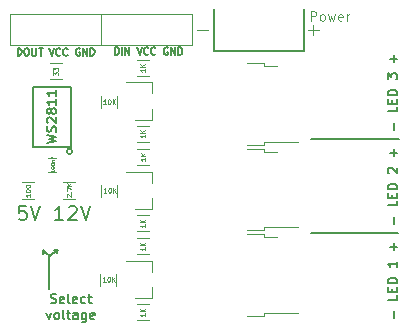
<source format=gbr>
G04 #@! TF.GenerationSoftware,KiCad,Pcbnew,(5.0.0)*
G04 #@! TF.CreationDate,2020-05-23T19:44:18-07:00*
G04 #@! TF.ProjectId,WS2811 Expander,57533238313120457870616E6465722E,rev?*
G04 #@! TF.SameCoordinates,Original*
G04 #@! TF.FileFunction,Legend,Top*
G04 #@! TF.FilePolarity,Positive*
%FSLAX46Y46*%
G04 Gerber Fmt 4.6, Leading zero omitted, Abs format (unit mm)*
G04 Created by KiCad (PCBNEW (5.0.0)) date 05/23/20 19:44:18*
%MOMM*%
%LPD*%
G01*
G04 APERTURE LIST*
%ADD10C,0.200000*%
%ADD11C,0.075000*%
%ADD12C,0.150000*%
%ADD13C,0.100000*%
%ADD14C,0.120000*%
G04 APERTURE END LIST*
D10*
X138950000Y-43690000D02*
X138760000Y-43640000D01*
X138780000Y-43930000D02*
X138950000Y-43690000D01*
X138760000Y-43690000D02*
X138780000Y-43930000D01*
X139360000Y-44120000D02*
X138760000Y-43690000D01*
X139950000Y-43880000D02*
X140000000Y-43690000D01*
X139740000Y-43620000D02*
X139950000Y-43880000D01*
X140030000Y-43620000D02*
X139740000Y-43620000D01*
X139330000Y-44140000D02*
X140030000Y-43620000D01*
X139330000Y-46890000D02*
X139330000Y-44140000D01*
D11*
X144123809Y-31270952D02*
X143895238Y-31270952D01*
X144009523Y-31270952D02*
X144009523Y-30870952D01*
X143971428Y-30928095D01*
X143933333Y-30966190D01*
X143895238Y-30985238D01*
X144371428Y-30870952D02*
X144409523Y-30870952D01*
X144447619Y-30890000D01*
X144466666Y-30909047D01*
X144485714Y-30947142D01*
X144504761Y-31023333D01*
X144504761Y-31118571D01*
X144485714Y-31194761D01*
X144466666Y-31232857D01*
X144447619Y-31251904D01*
X144409523Y-31270952D01*
X144371428Y-31270952D01*
X144333333Y-31251904D01*
X144314285Y-31232857D01*
X144295238Y-31194761D01*
X144276190Y-31118571D01*
X144276190Y-31023333D01*
X144295238Y-30947142D01*
X144314285Y-30909047D01*
X144333333Y-30890000D01*
X144371428Y-30870952D01*
X144676190Y-31270952D02*
X144676190Y-30870952D01*
X144904761Y-31270952D02*
X144733333Y-31042380D01*
X144904761Y-30870952D02*
X144676190Y-31099523D01*
X144163809Y-38760952D02*
X143935238Y-38760952D01*
X144049523Y-38760952D02*
X144049523Y-38360952D01*
X144011428Y-38418095D01*
X143973333Y-38456190D01*
X143935238Y-38475238D01*
X144411428Y-38360952D02*
X144449523Y-38360952D01*
X144487619Y-38380000D01*
X144506666Y-38399047D01*
X144525714Y-38437142D01*
X144544761Y-38513333D01*
X144544761Y-38608571D01*
X144525714Y-38684761D01*
X144506666Y-38722857D01*
X144487619Y-38741904D01*
X144449523Y-38760952D01*
X144411428Y-38760952D01*
X144373333Y-38741904D01*
X144354285Y-38722857D01*
X144335238Y-38684761D01*
X144316190Y-38608571D01*
X144316190Y-38513333D01*
X144335238Y-38437142D01*
X144354285Y-38399047D01*
X144373333Y-38380000D01*
X144411428Y-38360952D01*
X144716190Y-38760952D02*
X144716190Y-38360952D01*
X144944761Y-38760952D02*
X144773333Y-38532380D01*
X144944761Y-38360952D02*
X144716190Y-38589523D01*
X144083809Y-46300952D02*
X143855238Y-46300952D01*
X143969523Y-46300952D02*
X143969523Y-45900952D01*
X143931428Y-45958095D01*
X143893333Y-45996190D01*
X143855238Y-46015238D01*
X144331428Y-45900952D02*
X144369523Y-45900952D01*
X144407619Y-45920000D01*
X144426666Y-45939047D01*
X144445714Y-45977142D01*
X144464761Y-46053333D01*
X144464761Y-46148571D01*
X144445714Y-46224761D01*
X144426666Y-46262857D01*
X144407619Y-46281904D01*
X144369523Y-46300952D01*
X144331428Y-46300952D01*
X144293333Y-46281904D01*
X144274285Y-46262857D01*
X144255238Y-46224761D01*
X144236190Y-46148571D01*
X144236190Y-46053333D01*
X144255238Y-45977142D01*
X144274285Y-45939047D01*
X144293333Y-45920000D01*
X144331428Y-45900952D01*
X144636190Y-46300952D02*
X144636190Y-45900952D01*
X144864761Y-46300952D02*
X144693333Y-46072380D01*
X144864761Y-45900952D02*
X144636190Y-46129523D01*
D12*
X139101904Y-34547619D02*
X139901904Y-34357142D01*
X139330476Y-34204761D01*
X139901904Y-34052380D01*
X139101904Y-33861904D01*
X139863809Y-33595238D02*
X139901904Y-33480952D01*
X139901904Y-33290476D01*
X139863809Y-33214285D01*
X139825714Y-33176190D01*
X139749523Y-33138095D01*
X139673333Y-33138095D01*
X139597142Y-33176190D01*
X139559047Y-33214285D01*
X139520952Y-33290476D01*
X139482857Y-33442857D01*
X139444761Y-33519047D01*
X139406666Y-33557142D01*
X139330476Y-33595238D01*
X139254285Y-33595238D01*
X139178095Y-33557142D01*
X139140000Y-33519047D01*
X139101904Y-33442857D01*
X139101904Y-33252380D01*
X139140000Y-33138095D01*
X139178095Y-32833333D02*
X139140000Y-32795238D01*
X139101904Y-32719047D01*
X139101904Y-32528571D01*
X139140000Y-32452380D01*
X139178095Y-32414285D01*
X139254285Y-32376190D01*
X139330476Y-32376190D01*
X139444761Y-32414285D01*
X139901904Y-32871428D01*
X139901904Y-32376190D01*
X139444761Y-31919047D02*
X139406666Y-31995238D01*
X139368571Y-32033333D01*
X139292380Y-32071428D01*
X139254285Y-32071428D01*
X139178095Y-32033333D01*
X139140000Y-31995238D01*
X139101904Y-31919047D01*
X139101904Y-31766666D01*
X139140000Y-31690476D01*
X139178095Y-31652380D01*
X139254285Y-31614285D01*
X139292380Y-31614285D01*
X139368571Y-31652380D01*
X139406666Y-31690476D01*
X139444761Y-31766666D01*
X139444761Y-31919047D01*
X139482857Y-31995238D01*
X139520952Y-32033333D01*
X139597142Y-32071428D01*
X139749523Y-32071428D01*
X139825714Y-32033333D01*
X139863809Y-31995238D01*
X139901904Y-31919047D01*
X139901904Y-31766666D01*
X139863809Y-31690476D01*
X139825714Y-31652380D01*
X139749523Y-31614285D01*
X139597142Y-31614285D01*
X139520952Y-31652380D01*
X139482857Y-31690476D01*
X139444761Y-31766666D01*
X139901904Y-30852380D02*
X139901904Y-31309523D01*
X139901904Y-31080952D02*
X139101904Y-31080952D01*
X139216190Y-31157142D01*
X139292380Y-31233333D01*
X139330476Y-31309523D01*
X139901904Y-30090476D02*
X139901904Y-30547619D01*
X139901904Y-30319047D02*
X139101904Y-30319047D01*
X139216190Y-30395238D01*
X139292380Y-30471428D01*
X139330476Y-30547619D01*
X144877142Y-27071428D02*
X144877142Y-26471428D01*
X145020000Y-26471428D01*
X145105714Y-26500000D01*
X145162857Y-26557142D01*
X145191428Y-26614285D01*
X145220000Y-26728571D01*
X145220000Y-26814285D01*
X145191428Y-26928571D01*
X145162857Y-26985714D01*
X145105714Y-27042857D01*
X145020000Y-27071428D01*
X144877142Y-27071428D01*
X145477142Y-27071428D02*
X145477142Y-26471428D01*
X145762857Y-27071428D02*
X145762857Y-26471428D01*
X146105714Y-27071428D01*
X146105714Y-26471428D01*
X146762857Y-26471428D02*
X146962857Y-27071428D01*
X147162857Y-26471428D01*
X147705714Y-27014285D02*
X147677142Y-27042857D01*
X147591428Y-27071428D01*
X147534285Y-27071428D01*
X147448571Y-27042857D01*
X147391428Y-26985714D01*
X147362857Y-26928571D01*
X147334285Y-26814285D01*
X147334285Y-26728571D01*
X147362857Y-26614285D01*
X147391428Y-26557142D01*
X147448571Y-26500000D01*
X147534285Y-26471428D01*
X147591428Y-26471428D01*
X147677142Y-26500000D01*
X147705714Y-26528571D01*
X148305714Y-27014285D02*
X148277142Y-27042857D01*
X148191428Y-27071428D01*
X148134285Y-27071428D01*
X148048571Y-27042857D01*
X147991428Y-26985714D01*
X147962857Y-26928571D01*
X147934285Y-26814285D01*
X147934285Y-26728571D01*
X147962857Y-26614285D01*
X147991428Y-26557142D01*
X148048571Y-26500000D01*
X148134285Y-26471428D01*
X148191428Y-26471428D01*
X148277142Y-26500000D01*
X148305714Y-26528571D01*
X149334285Y-26500000D02*
X149277142Y-26471428D01*
X149191428Y-26471428D01*
X149105714Y-26500000D01*
X149048571Y-26557142D01*
X149020000Y-26614285D01*
X148991428Y-26728571D01*
X148991428Y-26814285D01*
X149020000Y-26928571D01*
X149048571Y-26985714D01*
X149105714Y-27042857D01*
X149191428Y-27071428D01*
X149248571Y-27071428D01*
X149334285Y-27042857D01*
X149362857Y-27014285D01*
X149362857Y-26814285D01*
X149248571Y-26814285D01*
X149620000Y-27071428D02*
X149620000Y-26471428D01*
X149962857Y-27071428D01*
X149962857Y-26471428D01*
X150248571Y-27071428D02*
X150248571Y-26471428D01*
X150391428Y-26471428D01*
X150477142Y-26500000D01*
X150534285Y-26557142D01*
X150562857Y-26614285D01*
X150591428Y-26728571D01*
X150591428Y-26814285D01*
X150562857Y-26928571D01*
X150534285Y-26985714D01*
X150477142Y-27042857D01*
X150391428Y-27071428D01*
X150248571Y-27071428D01*
D10*
X161499033Y-34250000D02*
X168940000Y-34250000D01*
X161438683Y-42150000D02*
X168880000Y-42150000D01*
D11*
X139660952Y-28823809D02*
X139660952Y-28576190D01*
X139813333Y-28709523D01*
X139813333Y-28652380D01*
X139832380Y-28614285D01*
X139851428Y-28595238D01*
X139889523Y-28576190D01*
X139984761Y-28576190D01*
X140022857Y-28595238D01*
X140041904Y-28614285D01*
X140060952Y-28652380D01*
X140060952Y-28766666D01*
X140041904Y-28804761D01*
X140022857Y-28823809D01*
X139660952Y-28442857D02*
X139660952Y-28195238D01*
X139813333Y-28328571D01*
X139813333Y-28271428D01*
X139832380Y-28233333D01*
X139851428Y-28214285D01*
X139889523Y-28195238D01*
X139984761Y-28195238D01*
X140022857Y-28214285D01*
X140041904Y-28233333D01*
X140060952Y-28271428D01*
X140060952Y-28385714D01*
X140041904Y-28423809D01*
X140022857Y-28442857D01*
D10*
X160890000Y-26690230D02*
X160890000Y-23220000D01*
X153270000Y-26751713D02*
X153270000Y-23220000D01*
X153270000Y-26750000D02*
X160900000Y-26750000D01*
D13*
X161459047Y-24191904D02*
X161459047Y-23391904D01*
X161763809Y-23391904D01*
X161840000Y-23430000D01*
X161878095Y-23468095D01*
X161916190Y-23544285D01*
X161916190Y-23658571D01*
X161878095Y-23734761D01*
X161840000Y-23772857D01*
X161763809Y-23810952D01*
X161459047Y-23810952D01*
X162373333Y-24191904D02*
X162297142Y-24153809D01*
X162259047Y-24115714D01*
X162220952Y-24039523D01*
X162220952Y-23810952D01*
X162259047Y-23734761D01*
X162297142Y-23696666D01*
X162373333Y-23658571D01*
X162487619Y-23658571D01*
X162563809Y-23696666D01*
X162601904Y-23734761D01*
X162640000Y-23810952D01*
X162640000Y-24039523D01*
X162601904Y-24115714D01*
X162563809Y-24153809D01*
X162487619Y-24191904D01*
X162373333Y-24191904D01*
X162906666Y-23658571D02*
X163059047Y-24191904D01*
X163211428Y-23810952D01*
X163363809Y-24191904D01*
X163516190Y-23658571D01*
X164125714Y-24153809D02*
X164049523Y-24191904D01*
X163897142Y-24191904D01*
X163820952Y-24153809D01*
X163782857Y-24077619D01*
X163782857Y-23772857D01*
X163820952Y-23696666D01*
X163897142Y-23658571D01*
X164049523Y-23658571D01*
X164125714Y-23696666D01*
X164163809Y-23772857D01*
X164163809Y-23849047D01*
X163782857Y-23925238D01*
X164506666Y-24191904D02*
X164506666Y-23658571D01*
X164506666Y-23810952D02*
X164544761Y-23734761D01*
X164582857Y-23696666D01*
X164659047Y-23658571D01*
X164735238Y-23658571D01*
D12*
X168467142Y-33470952D02*
X168467142Y-32861428D01*
X168771904Y-31490000D02*
X168771904Y-31870952D01*
X167971904Y-31870952D01*
X168352857Y-31223333D02*
X168352857Y-30956666D01*
X168771904Y-30842380D02*
X168771904Y-31223333D01*
X167971904Y-31223333D01*
X167971904Y-30842380D01*
X168771904Y-30499523D02*
X167971904Y-30499523D01*
X167971904Y-30309047D01*
X168010000Y-30194761D01*
X168086190Y-30118571D01*
X168162380Y-30080476D01*
X168314761Y-30042380D01*
X168429047Y-30042380D01*
X168581428Y-30080476D01*
X168657619Y-30118571D01*
X168733809Y-30194761D01*
X168771904Y-30309047D01*
X168771904Y-30499523D01*
X167971904Y-29166190D02*
X167971904Y-28670952D01*
X168276666Y-28937619D01*
X168276666Y-28823333D01*
X168314761Y-28747142D01*
X168352857Y-28709047D01*
X168429047Y-28670952D01*
X168619523Y-28670952D01*
X168695714Y-28709047D01*
X168733809Y-28747142D01*
X168771904Y-28823333D01*
X168771904Y-29051904D01*
X168733809Y-29128095D01*
X168695714Y-29166190D01*
X168467142Y-27718571D02*
X168467142Y-27109047D01*
X168771904Y-27413809D02*
X168162380Y-27413809D01*
X168467142Y-41440952D02*
X168467142Y-40831428D01*
X168771904Y-39460000D02*
X168771904Y-39840952D01*
X167971904Y-39840952D01*
X168352857Y-39193333D02*
X168352857Y-38926666D01*
X168771904Y-38812380D02*
X168771904Y-39193333D01*
X167971904Y-39193333D01*
X167971904Y-38812380D01*
X168771904Y-38469523D02*
X167971904Y-38469523D01*
X167971904Y-38279047D01*
X168010000Y-38164761D01*
X168086190Y-38088571D01*
X168162380Y-38050476D01*
X168314761Y-38012380D01*
X168429047Y-38012380D01*
X168581428Y-38050476D01*
X168657619Y-38088571D01*
X168733809Y-38164761D01*
X168771904Y-38279047D01*
X168771904Y-38469523D01*
X168048095Y-37098095D02*
X168010000Y-37060000D01*
X167971904Y-36983809D01*
X167971904Y-36793333D01*
X168010000Y-36717142D01*
X168048095Y-36679047D01*
X168124285Y-36640952D01*
X168200476Y-36640952D01*
X168314761Y-36679047D01*
X168771904Y-37136190D01*
X168771904Y-36640952D01*
X168467142Y-35688571D02*
X168467142Y-35079047D01*
X168771904Y-35383809D02*
X168162380Y-35383809D01*
X168467142Y-49410952D02*
X168467142Y-48801428D01*
X168771904Y-47430000D02*
X168771904Y-47810952D01*
X167971904Y-47810952D01*
X168352857Y-47163333D02*
X168352857Y-46896666D01*
X168771904Y-46782380D02*
X168771904Y-47163333D01*
X167971904Y-47163333D01*
X167971904Y-46782380D01*
X168771904Y-46439523D02*
X167971904Y-46439523D01*
X167971904Y-46249047D01*
X168010000Y-46134761D01*
X168086190Y-46058571D01*
X168162380Y-46020476D01*
X168314761Y-45982380D01*
X168429047Y-45982380D01*
X168581428Y-46020476D01*
X168657619Y-46058571D01*
X168733809Y-46134761D01*
X168771904Y-46249047D01*
X168771904Y-46439523D01*
X168771904Y-44610952D02*
X168771904Y-45068095D01*
X168771904Y-44839523D02*
X167971904Y-44839523D01*
X168086190Y-44915714D01*
X168162380Y-44991904D01*
X168200476Y-45068095D01*
X168467142Y-43658571D02*
X168467142Y-43049047D01*
X168771904Y-43353809D02*
X168162380Y-43353809D01*
D13*
X161212857Y-24985714D02*
X162127142Y-24985714D01*
X161670000Y-25442857D02*
X161670000Y-24528571D01*
X151852857Y-24985714D02*
X152767142Y-24985714D01*
D12*
X136637142Y-27151428D02*
X136637142Y-26551428D01*
X136780000Y-26551428D01*
X136865714Y-26580000D01*
X136922857Y-26637142D01*
X136951428Y-26694285D01*
X136980000Y-26808571D01*
X136980000Y-26894285D01*
X136951428Y-27008571D01*
X136922857Y-27065714D01*
X136865714Y-27122857D01*
X136780000Y-27151428D01*
X136637142Y-27151428D01*
X137351428Y-26551428D02*
X137465714Y-26551428D01*
X137522857Y-26580000D01*
X137580000Y-26637142D01*
X137608571Y-26751428D01*
X137608571Y-26951428D01*
X137580000Y-27065714D01*
X137522857Y-27122857D01*
X137465714Y-27151428D01*
X137351428Y-27151428D01*
X137294285Y-27122857D01*
X137237142Y-27065714D01*
X137208571Y-26951428D01*
X137208571Y-26751428D01*
X137237142Y-26637142D01*
X137294285Y-26580000D01*
X137351428Y-26551428D01*
X137865714Y-26551428D02*
X137865714Y-27037142D01*
X137894285Y-27094285D01*
X137922857Y-27122857D01*
X137980000Y-27151428D01*
X138094285Y-27151428D01*
X138151428Y-27122857D01*
X138180000Y-27094285D01*
X138208571Y-27037142D01*
X138208571Y-26551428D01*
X138408571Y-26551428D02*
X138751428Y-26551428D01*
X138580000Y-27151428D02*
X138580000Y-26551428D01*
X139322857Y-26551428D02*
X139522857Y-27151428D01*
X139722857Y-26551428D01*
X140265714Y-27094285D02*
X140237142Y-27122857D01*
X140151428Y-27151428D01*
X140094285Y-27151428D01*
X140008571Y-27122857D01*
X139951428Y-27065714D01*
X139922857Y-27008571D01*
X139894285Y-26894285D01*
X139894285Y-26808571D01*
X139922857Y-26694285D01*
X139951428Y-26637142D01*
X140008571Y-26580000D01*
X140094285Y-26551428D01*
X140151428Y-26551428D01*
X140237142Y-26580000D01*
X140265714Y-26608571D01*
X140865714Y-27094285D02*
X140837142Y-27122857D01*
X140751428Y-27151428D01*
X140694285Y-27151428D01*
X140608571Y-27122857D01*
X140551428Y-27065714D01*
X140522857Y-27008571D01*
X140494285Y-26894285D01*
X140494285Y-26808571D01*
X140522857Y-26694285D01*
X140551428Y-26637142D01*
X140608571Y-26580000D01*
X140694285Y-26551428D01*
X140751428Y-26551428D01*
X140837142Y-26580000D01*
X140865714Y-26608571D01*
X141894285Y-26580000D02*
X141837142Y-26551428D01*
X141751428Y-26551428D01*
X141665714Y-26580000D01*
X141608571Y-26637142D01*
X141580000Y-26694285D01*
X141551428Y-26808571D01*
X141551428Y-26894285D01*
X141580000Y-27008571D01*
X141608571Y-27065714D01*
X141665714Y-27122857D01*
X141751428Y-27151428D01*
X141808571Y-27151428D01*
X141894285Y-27122857D01*
X141922857Y-27094285D01*
X141922857Y-26894285D01*
X141808571Y-26894285D01*
X142180000Y-27151428D02*
X142180000Y-26551428D01*
X142522857Y-27151428D01*
X142522857Y-26551428D01*
X142808571Y-27151428D02*
X142808571Y-26551428D01*
X142951428Y-26551428D01*
X143037142Y-26580000D01*
X143094285Y-26637142D01*
X143122857Y-26694285D01*
X143151428Y-26808571D01*
X143151428Y-26894285D01*
X143122857Y-27008571D01*
X143094285Y-27065714D01*
X143037142Y-27122857D01*
X142951428Y-27151428D01*
X142808571Y-27151428D01*
D11*
X147420952Y-28305714D02*
X147420952Y-28534285D01*
X147420952Y-28420000D02*
X147020952Y-28420000D01*
X147078095Y-28458095D01*
X147116190Y-28496190D01*
X147135238Y-28534285D01*
X147420952Y-28134285D02*
X147020952Y-28134285D01*
X147420952Y-27905714D02*
X147192380Y-28077142D01*
X147020952Y-27905714D02*
X147249523Y-28134285D01*
X147450952Y-35825714D02*
X147450952Y-36054285D01*
X147450952Y-35940000D02*
X147050952Y-35940000D01*
X147108095Y-35978095D01*
X147146190Y-36016190D01*
X147165238Y-36054285D01*
X147450952Y-35654285D02*
X147050952Y-35654285D01*
X147450952Y-35425714D02*
X147222380Y-35597142D01*
X147050952Y-35425714D02*
X147279523Y-35654285D01*
X147440952Y-43405714D02*
X147440952Y-43634285D01*
X147440952Y-43520000D02*
X147040952Y-43520000D01*
X147098095Y-43558095D01*
X147136190Y-43596190D01*
X147155238Y-43634285D01*
X147440952Y-43234285D02*
X147040952Y-43234285D01*
X147440952Y-43005714D02*
X147212380Y-43177142D01*
X147040952Y-43005714D02*
X147269523Y-43234285D01*
X147420952Y-33855714D02*
X147420952Y-34084285D01*
X147420952Y-33970000D02*
X147020952Y-33970000D01*
X147078095Y-34008095D01*
X147116190Y-34046190D01*
X147135238Y-34084285D01*
X147420952Y-33684285D02*
X147020952Y-33684285D01*
X147420952Y-33455714D02*
X147192380Y-33627142D01*
X147020952Y-33455714D02*
X147249523Y-33684285D01*
X147440952Y-41445714D02*
X147440952Y-41674285D01*
X147440952Y-41560000D02*
X147040952Y-41560000D01*
X147098095Y-41598095D01*
X147136190Y-41636190D01*
X147155238Y-41674285D01*
X147440952Y-41274285D02*
X147040952Y-41274285D01*
X147440952Y-41045714D02*
X147212380Y-41217142D01*
X147040952Y-41045714D02*
X147269523Y-41274285D01*
X147430952Y-48975714D02*
X147430952Y-49204285D01*
X147430952Y-49090000D02*
X147030952Y-49090000D01*
X147088095Y-49128095D01*
X147126190Y-49166190D01*
X147145238Y-49204285D01*
X147430952Y-48804285D02*
X147030952Y-48804285D01*
X147430952Y-48575714D02*
X147202380Y-48747142D01*
X147030952Y-48575714D02*
X147259523Y-48804285D01*
X139725714Y-36834285D02*
X139725714Y-37005714D01*
X139725714Y-36920000D02*
X139425714Y-36920000D01*
X139468571Y-36948571D01*
X139497142Y-36977142D01*
X139511428Y-37005714D01*
X139425714Y-36648571D02*
X139425714Y-36620000D01*
X139440000Y-36591428D01*
X139454285Y-36577142D01*
X139482857Y-36562857D01*
X139540000Y-36548571D01*
X139611428Y-36548571D01*
X139668571Y-36562857D01*
X139697142Y-36577142D01*
X139711428Y-36591428D01*
X139725714Y-36620000D01*
X139725714Y-36648571D01*
X139711428Y-36677142D01*
X139697142Y-36691428D01*
X139668571Y-36705714D01*
X139611428Y-36720000D01*
X139540000Y-36720000D01*
X139482857Y-36705714D01*
X139454285Y-36691428D01*
X139440000Y-36677142D01*
X139425714Y-36648571D01*
X139425714Y-36362857D02*
X139425714Y-36334285D01*
X139440000Y-36305714D01*
X139454285Y-36291428D01*
X139482857Y-36277142D01*
X139540000Y-36262857D01*
X139611428Y-36262857D01*
X139668571Y-36277142D01*
X139697142Y-36291428D01*
X139711428Y-36305714D01*
X139725714Y-36334285D01*
X139725714Y-36362857D01*
X139711428Y-36391428D01*
X139697142Y-36405714D01*
X139668571Y-36420000D01*
X139611428Y-36434285D01*
X139540000Y-36434285D01*
X139482857Y-36420000D01*
X139454285Y-36405714D01*
X139440000Y-36391428D01*
X139425714Y-36362857D01*
X139525714Y-36134285D02*
X139725714Y-36134285D01*
X139554285Y-36134285D02*
X139540000Y-36120000D01*
X139525714Y-36091428D01*
X139525714Y-36048571D01*
X139540000Y-36020000D01*
X139568571Y-36005714D01*
X139725714Y-36005714D01*
X139568571Y-35762857D02*
X139568571Y-35862857D01*
X139725714Y-35862857D02*
X139425714Y-35862857D01*
X139425714Y-35720000D01*
X140819047Y-39140000D02*
X140800000Y-39120952D01*
X140780952Y-39082857D01*
X140780952Y-38987619D01*
X140800000Y-38949523D01*
X140819047Y-38930476D01*
X140857142Y-38911428D01*
X140895238Y-38911428D01*
X140952380Y-38930476D01*
X141180952Y-39159047D01*
X141180952Y-38911428D01*
X141142857Y-38740000D02*
X141161904Y-38720952D01*
X141180952Y-38740000D01*
X141161904Y-38759047D01*
X141142857Y-38740000D01*
X141180952Y-38740000D01*
X140780952Y-38587619D02*
X140780952Y-38320952D01*
X141180952Y-38492380D01*
X141180952Y-38168571D02*
X140780952Y-38168571D01*
X141180952Y-37940000D02*
X140952380Y-38111428D01*
X140780952Y-37940000D02*
X141009523Y-38168571D01*
X137710952Y-38876666D02*
X137710952Y-39105238D01*
X137710952Y-38990952D02*
X137310952Y-38990952D01*
X137368095Y-39029047D01*
X137406190Y-39067142D01*
X137425238Y-39105238D01*
X137310952Y-38629047D02*
X137310952Y-38590952D01*
X137330000Y-38552857D01*
X137349047Y-38533809D01*
X137387142Y-38514761D01*
X137463333Y-38495714D01*
X137558571Y-38495714D01*
X137634761Y-38514761D01*
X137672857Y-38533809D01*
X137691904Y-38552857D01*
X137710952Y-38590952D01*
X137710952Y-38629047D01*
X137691904Y-38667142D01*
X137672857Y-38686190D01*
X137634761Y-38705238D01*
X137558571Y-38724285D01*
X137463333Y-38724285D01*
X137387142Y-38705238D01*
X137349047Y-38686190D01*
X137330000Y-38667142D01*
X137310952Y-38629047D01*
X137310952Y-38248095D02*
X137310952Y-38210000D01*
X137330000Y-38171904D01*
X137349047Y-38152857D01*
X137387142Y-38133809D01*
X137463333Y-38114761D01*
X137558571Y-38114761D01*
X137634761Y-38133809D01*
X137672857Y-38152857D01*
X137691904Y-38171904D01*
X137710952Y-38210000D01*
X137710952Y-38248095D01*
X137691904Y-38286190D01*
X137672857Y-38305238D01*
X137634761Y-38324285D01*
X137558571Y-38343333D01*
X137463333Y-38343333D01*
X137387142Y-38324285D01*
X137349047Y-38305238D01*
X137330000Y-38286190D01*
X137310952Y-38248095D01*
D12*
X139444761Y-48078809D02*
X139559047Y-48116904D01*
X139749523Y-48116904D01*
X139825714Y-48078809D01*
X139863809Y-48040714D01*
X139901904Y-47964523D01*
X139901904Y-47888333D01*
X139863809Y-47812142D01*
X139825714Y-47774047D01*
X139749523Y-47735952D01*
X139597142Y-47697857D01*
X139520952Y-47659761D01*
X139482857Y-47621666D01*
X139444761Y-47545476D01*
X139444761Y-47469285D01*
X139482857Y-47393095D01*
X139520952Y-47355000D01*
X139597142Y-47316904D01*
X139787619Y-47316904D01*
X139901904Y-47355000D01*
X140549523Y-48078809D02*
X140473333Y-48116904D01*
X140320952Y-48116904D01*
X140244761Y-48078809D01*
X140206666Y-48002619D01*
X140206666Y-47697857D01*
X140244761Y-47621666D01*
X140320952Y-47583571D01*
X140473333Y-47583571D01*
X140549523Y-47621666D01*
X140587619Y-47697857D01*
X140587619Y-47774047D01*
X140206666Y-47850238D01*
X141044761Y-48116904D02*
X140968571Y-48078809D01*
X140930476Y-48002619D01*
X140930476Y-47316904D01*
X141654285Y-48078809D02*
X141578095Y-48116904D01*
X141425714Y-48116904D01*
X141349523Y-48078809D01*
X141311428Y-48002619D01*
X141311428Y-47697857D01*
X141349523Y-47621666D01*
X141425714Y-47583571D01*
X141578095Y-47583571D01*
X141654285Y-47621666D01*
X141692380Y-47697857D01*
X141692380Y-47774047D01*
X141311428Y-47850238D01*
X142378095Y-48078809D02*
X142301904Y-48116904D01*
X142149523Y-48116904D01*
X142073333Y-48078809D01*
X142035238Y-48040714D01*
X141997142Y-47964523D01*
X141997142Y-47735952D01*
X142035238Y-47659761D01*
X142073333Y-47621666D01*
X142149523Y-47583571D01*
X142301904Y-47583571D01*
X142378095Y-47621666D01*
X142606666Y-47583571D02*
X142911428Y-47583571D01*
X142720952Y-47316904D02*
X142720952Y-48002619D01*
X142759047Y-48078809D01*
X142835238Y-48116904D01*
X142911428Y-48116904D01*
X139082857Y-48933571D02*
X139273333Y-49466904D01*
X139463809Y-48933571D01*
X139882857Y-49466904D02*
X139806666Y-49428809D01*
X139768571Y-49390714D01*
X139730476Y-49314523D01*
X139730476Y-49085952D01*
X139768571Y-49009761D01*
X139806666Y-48971666D01*
X139882857Y-48933571D01*
X139997142Y-48933571D01*
X140073333Y-48971666D01*
X140111428Y-49009761D01*
X140149523Y-49085952D01*
X140149523Y-49314523D01*
X140111428Y-49390714D01*
X140073333Y-49428809D01*
X139997142Y-49466904D01*
X139882857Y-49466904D01*
X140606666Y-49466904D02*
X140530476Y-49428809D01*
X140492380Y-49352619D01*
X140492380Y-48666904D01*
X140797142Y-48933571D02*
X141101904Y-48933571D01*
X140911428Y-48666904D02*
X140911428Y-49352619D01*
X140949523Y-49428809D01*
X141025714Y-49466904D01*
X141101904Y-49466904D01*
X141711428Y-49466904D02*
X141711428Y-49047857D01*
X141673333Y-48971666D01*
X141597142Y-48933571D01*
X141444761Y-48933571D01*
X141368571Y-48971666D01*
X141711428Y-49428809D02*
X141635238Y-49466904D01*
X141444761Y-49466904D01*
X141368571Y-49428809D01*
X141330476Y-49352619D01*
X141330476Y-49276428D01*
X141368571Y-49200238D01*
X141444761Y-49162142D01*
X141635238Y-49162142D01*
X141711428Y-49124047D01*
X142435238Y-48933571D02*
X142435238Y-49581190D01*
X142397142Y-49657380D01*
X142359047Y-49695476D01*
X142282857Y-49733571D01*
X142168571Y-49733571D01*
X142092380Y-49695476D01*
X142435238Y-49428809D02*
X142359047Y-49466904D01*
X142206666Y-49466904D01*
X142130476Y-49428809D01*
X142092380Y-49390714D01*
X142054285Y-49314523D01*
X142054285Y-49085952D01*
X142092380Y-49009761D01*
X142130476Y-48971666D01*
X142206666Y-48933571D01*
X142359047Y-48933571D01*
X142435238Y-48971666D01*
X143120952Y-49428809D02*
X143044761Y-49466904D01*
X142892380Y-49466904D01*
X142816190Y-49428809D01*
X142778095Y-49352619D01*
X142778095Y-49047857D01*
X142816190Y-48971666D01*
X142892380Y-48933571D01*
X143044761Y-48933571D01*
X143120952Y-48971666D01*
X143159047Y-49047857D01*
X143159047Y-49124047D01*
X142778095Y-49200238D01*
D10*
X140517142Y-41092857D02*
X139831428Y-41092857D01*
X140174285Y-41092857D02*
X140174285Y-39892857D01*
X140060000Y-40064285D01*
X139945714Y-40178571D01*
X139831428Y-40235714D01*
X140974285Y-40007142D02*
X141031428Y-39950000D01*
X141145714Y-39892857D01*
X141431428Y-39892857D01*
X141545714Y-39950000D01*
X141602857Y-40007142D01*
X141660000Y-40121428D01*
X141660000Y-40235714D01*
X141602857Y-40407142D01*
X140917142Y-41092857D01*
X141660000Y-41092857D01*
X142002857Y-39892857D02*
X142402857Y-41092857D01*
X142802857Y-39892857D01*
X137351428Y-39892857D02*
X136780000Y-39892857D01*
X136722857Y-40464285D01*
X136780000Y-40407142D01*
X136894285Y-40350000D01*
X137180000Y-40350000D01*
X137294285Y-40407142D01*
X137351428Y-40464285D01*
X137408571Y-40578571D01*
X137408571Y-40864285D01*
X137351428Y-40978571D01*
X137294285Y-41035714D01*
X137180000Y-41092857D01*
X136894285Y-41092857D01*
X136780000Y-41035714D01*
X136722857Y-40978571D01*
X137751428Y-39892857D02*
X138151428Y-41092857D01*
X138551428Y-39892857D01*
D14*
G04 #@! TO.C,R11 *
X140390000Y-29160000D02*
X139390000Y-29160000D01*
X139390000Y-27800000D02*
X140390000Y-27800000D01*
G04 #@! TO.C,R6 *
X147740000Y-34470000D02*
X146740000Y-34470000D01*
X146740000Y-33110000D02*
X147740000Y-33110000D01*
G04 #@! TO.C,R8 *
X140480000Y-37900000D02*
X141480000Y-37900000D01*
X141480000Y-39260000D02*
X140480000Y-39260000D01*
G04 #@! TO.C,R7 *
X138030000Y-39260000D02*
X137030000Y-39260000D01*
X137030000Y-37900000D02*
X138030000Y-37900000D01*
G04 #@! TO.C,R4 *
X147740000Y-49560000D02*
X146740000Y-49560000D01*
X146740000Y-48200000D02*
X147740000Y-48200000D01*
G04 #@! TO.C,R5 *
X147740000Y-42040000D02*
X146740000Y-42040000D01*
X146740000Y-40680000D02*
X147740000Y-40680000D01*
G04 #@! TO.C,R12*
X144990000Y-45640000D02*
X144990000Y-46640000D01*
X143630000Y-46640000D02*
X143630000Y-45640000D01*
G04 #@! TO.C,R13*
X145050000Y-38090000D02*
X145050000Y-39090000D01*
X143690000Y-39090000D02*
X143690000Y-38090000D01*
G04 #@! TO.C,R1*
X146740000Y-42620000D02*
X147740000Y-42620000D01*
X147740000Y-43980000D02*
X146740000Y-43980000D01*
G04 #@! TO.C,R2*
X146740000Y-35050000D02*
X147740000Y-35050000D01*
X147740000Y-36410000D02*
X146740000Y-36410000D01*
G04 #@! TO.C,R14*
X145030000Y-30580000D02*
X145030000Y-31580000D01*
X143670000Y-31580000D02*
X143670000Y-30580000D01*
G04 #@! TO.C,C1 *
X139930000Y-36990000D02*
X139230000Y-36990000D01*
X139230000Y-35790000D02*
X139930000Y-35790000D01*
G04 #@! TO.C,R3*
X146780000Y-27500000D02*
X147780000Y-27500000D01*
X147780000Y-28860000D02*
X146780000Y-28860000D01*
G04 #@! TO.C,J3*
X151390000Y-26280000D02*
X151390000Y-23620000D01*
X137310000Y-26275000D02*
X151390000Y-26280000D01*
X136035000Y-23625000D02*
X151390000Y-23620000D01*
X136035000Y-26285000D02*
X136035000Y-23625000D01*
X137360000Y-26280000D02*
X136035000Y-26275000D01*
X143710000Y-26275000D02*
X143710000Y-23615000D01*
G04 #@! TO.C,Q2*
X157530000Y-42560000D02*
X158630000Y-42560000D01*
X157530000Y-42290000D02*
X157530000Y-42560000D01*
X156030000Y-42290000D02*
X157530000Y-42290000D01*
X157530000Y-48920000D02*
X160360000Y-48920000D01*
X157530000Y-49190000D02*
X157530000Y-48920000D01*
X156030000Y-49190000D02*
X157530000Y-49190000D01*
G04 #@! TO.C,Q5*
X156030000Y-41950000D02*
X157530000Y-41950000D01*
X157530000Y-41950000D02*
X157530000Y-41680000D01*
X157530000Y-41680000D02*
X160360000Y-41680000D01*
X156030000Y-35050000D02*
X157530000Y-35050000D01*
X157530000Y-35050000D02*
X157530000Y-35320000D01*
X157530000Y-35320000D02*
X158630000Y-35320000D01*
G04 #@! TO.C,Q6*
X157530000Y-28080000D02*
X158630000Y-28080000D01*
X157530000Y-27810000D02*
X157530000Y-28080000D01*
X156030000Y-27810000D02*
X157530000Y-27810000D01*
X157530000Y-34440000D02*
X160360000Y-34440000D01*
X157530000Y-34710000D02*
X157530000Y-34440000D01*
X156030000Y-34710000D02*
X157530000Y-34710000D01*
G04 #@! TO.C,Q1 *
X148000000Y-47690000D02*
X146540000Y-47690000D01*
X148000000Y-44530000D02*
X145840000Y-44530000D01*
X148000000Y-44530000D02*
X148000000Y-45460000D01*
X148000000Y-47690000D02*
X148000000Y-46760000D01*
D12*
G04 #@! TO.C,U1*
X141263607Y-35260000D02*
G75*
G03X141263607Y-35260000I-223607J0D01*
G01*
X137940000Y-34860000D02*
X141140000Y-34860000D01*
X137940000Y-29860000D02*
X141140000Y-29860000D01*
X141140000Y-34860000D02*
X141140000Y-29860000D01*
X137940000Y-34860000D02*
X137940000Y-29860000D01*
D14*
G04 #@! TO.C,Q3 *
X148000000Y-40135000D02*
X148000000Y-39205000D01*
X148000000Y-36975000D02*
X148000000Y-37905000D01*
X148000000Y-36975000D02*
X145840000Y-36975000D01*
X148000000Y-40135000D02*
X146540000Y-40135000D01*
G04 #@! TO.C,Q4 *
X148000000Y-32580000D02*
X146540000Y-32580000D01*
X148000000Y-29420000D02*
X145840000Y-29420000D01*
X148000000Y-29420000D02*
X148000000Y-30350000D01*
X148000000Y-32580000D02*
X148000000Y-31650000D01*
G04 #@! TD*
M02*

</source>
